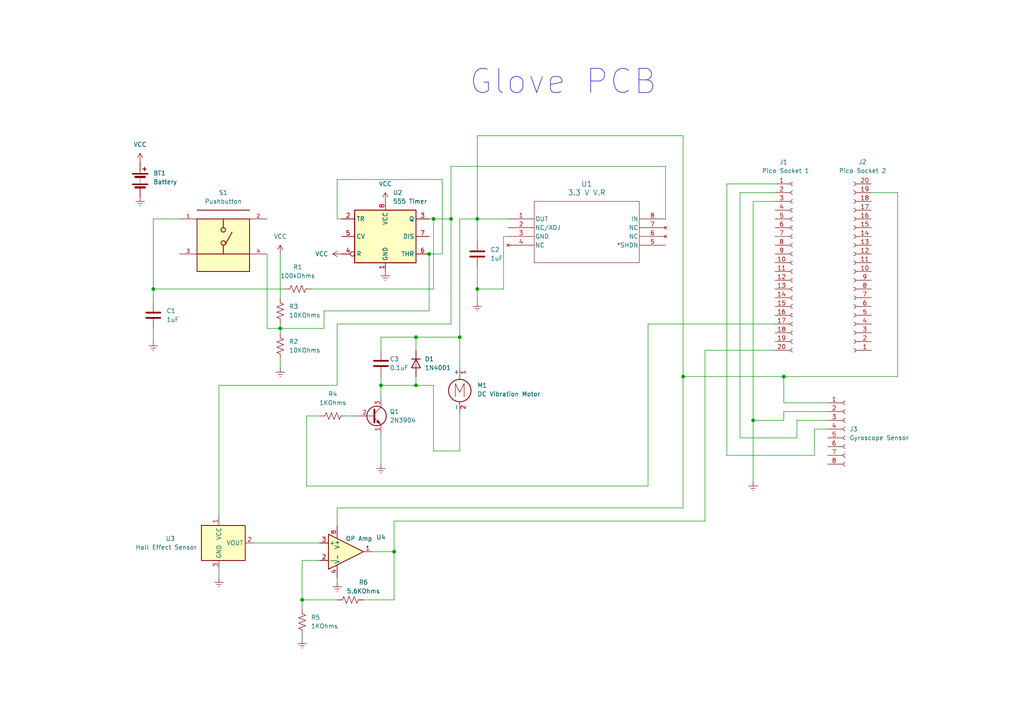
<source format=kicad_sch>
(kicad_sch (version 20230121) (generator eeschema)
  (paper "A4")
  (lib_symbols
    (symbol "Connector:Conn_01x08_Socket" (pin_names (offset 1.016) hide)
      (property "Reference" "J" (at 0 10.16 0))
      (property "Value" "Conn_01x08_Socket" (at 0 -12.7 0))
      (symbol "Conn_01x08_Socket_1_1"
        (arc (start 0 -9.652) (mid -0.5058 -10.16) (end 0 -10.668) (stroke (width 0.1524)))
        (arc (start 0 -7.112) (mid -0.5058 -7.62) (end 0 -8.128) (stroke (width 0.1524)))
        (arc (start 0 -4.572) (mid -0.5058 -5.08) (end 0 -5.588) (stroke (width 0.1524)))
        (arc (start 0 -2.032) (mid -0.5058 -2.54) (end 0 -3.048) (stroke (width 0.1524)))
        (polyline (pts (xy -1.27 -10.16) (xy -0.508 -10.16)) (stroke (width 0.1524)))
        (polyline (pts (xy -1.27 -7.62) (xy -0.508 -7.62)) (stroke (width 0.1524)))
        (polyline (pts (xy -1.27 -5.08) (xy -0.508 -5.08)) (stroke (width 0.1524)))
        (polyline (pts (xy -1.27 -2.54) (xy -0.508 -2.54)) (stroke (width 0.1524)))
        (polyline (pts (xy -1.27 0) (xy -0.508 0)) (stroke (width 0.1524)))
        (polyline (pts (xy -1.27 2.54) (xy -0.508 2.54)) (stroke (width 0.1524)))
        (polyline (pts (xy -1.27 5.08) (xy -0.508 5.08)) (stroke (width 0.1524)))
        (polyline (pts (xy -1.27 7.62) (xy -0.508 7.62)) (stroke (width 0.1524)))
        (arc (start 0 0.508) (mid -0.5058 0) (end 0 -0.508) (stroke (width 0.1524)))
        (arc (start 0 3.048) (mid -0.5058 2.54) (end 0 2.032) (stroke (width 0.1524)))
        (arc (start 0 5.588) (mid -0.5058 5.08) (end 0 4.572) (stroke (width 0.1524)))
        (arc (start 0 8.128) (mid -0.5058 7.62) (end 0 7.112) (stroke (width 0.1524)))
        (pin passive line (at -5.08 7.62 0) (length 3.81) (name "Pin_1") (number "1"))
        (pin passive line (at -5.08 5.08 0) (length 3.81) (name "Pin_2") (number "2"))
        (pin passive line (at -5.08 2.54 0) (length 3.81) (name "Pin_3") (number "3"))
        (pin passive line (at -5.08 0 0) (length 3.81) (name "Pin_4") (number "4"))
        (pin passive line (at -5.08 -2.54 0) (length 3.81) (name "Pin_5") (number "5"))
        (pin passive line (at -5.08 -5.08 0) (length 3.81) (name "Pin_6") (number "6"))
        (pin passive line (at -5.08 -7.62 0) (length 3.81) (name "Pin_7") (number "7"))
        (pin passive line (at -5.08 -10.16 0) (length 3.81) (name "Pin_8") (number "8"))
      )
    )
    (symbol "Connector:Conn_01x20_Socket" (pin_names (offset 1.016) hide)
      (property "Reference" "J" (at 0 25.4 0))
      (property "Value" "Conn_01x20_Socket" (at 0 -27.94 0))
      (symbol "Conn_01x20_Socket_1_1"
        (arc (start 0 -24.892) (mid -0.5058 -25.4) (end 0 -25.908) (stroke (width 0.1524)))
        (arc (start 0 -22.352) (mid -0.5058 -22.86) (end 0 -23.368) (stroke (width 0.1524)))
        (arc (start 0 -19.812) (mid -0.5058 -20.32) (end 0 -20.828) (stroke (width 0.1524)))
        (arc (start 0 -17.272) (mid -0.5058 -17.78) (end 0 -18.288) (stroke (width 0.1524)))
        (arc (start 0 -14.732) (mid -0.5058 -15.24) (end 0 -15.748) (stroke (width 0.1524)))
        (arc (start 0 -12.192) (mid -0.5058 -12.7) (end 0 -13.208) (stroke (width 0.1524)))
        (arc (start 0 -9.652) (mid -0.5058 -10.16) (end 0 -10.668) (stroke (width 0.1524)))
        (arc (start 0 -7.112) (mid -0.5058 -7.62) (end 0 -8.128) (stroke (width 0.1524)))
        (arc (start 0 -4.572) (mid -0.5058 -5.08) (end 0 -5.588) (stroke (width 0.1524)))
        (arc (start 0 -2.032) (mid -0.5058 -2.54) (end 0 -3.048) (stroke (width 0.1524)))
        (polyline (pts (xy -1.27 -25.4) (xy -0.508 -25.4)) (stroke (width 0.1524)))
        (polyline (pts (xy -1.27 -22.86) (xy -0.508 -22.86)) (stroke (width 0.1524)))
        (polyline (pts (xy -1.27 -20.32) (xy -0.508 -20.32)) (stroke (width 0.1524)))
        (polyline (pts (xy -1.27 -17.78) (xy -0.508 -17.78)) (stroke (width 0.1524)))
        (polyline (pts (xy -1.27 -15.24) (xy -0.508 -15.24)) (stroke (width 0.1524)))
        (polyline (pts (xy -1.27 -12.7) (xy -0.508 -12.7)) (stroke (width 0.1524)))
        (polyline (pts (xy -1.27 -10.16) (xy -0.508 -10.16)) (stroke (width 0.1524)))
        (polyline (pts (xy -1.27 -7.62) (xy -0.508 -7.62)) (stroke (width 0.1524)))
        (polyline (pts (xy -1.27 -5.08) (xy -0.508 -5.08)) (stroke (width 0.1524)))
        (polyline (pts (xy -1.27 -2.54) (xy -0.508 -2.54)) (stroke (width 0.1524)))
        (polyline (pts (xy -1.27 0) (xy -0.508 0)) (stroke (width 0.1524)))
        (polyline (pts (xy -1.27 2.54) (xy -0.508 2.54)) (stroke (width 0.1524)))
        (polyline (pts (xy -1.27 5.08) (xy -0.508 5.08)) (stroke (width 0.1524)))
        (polyline (pts (xy -1.27 7.62) (xy -0.508 7.62)) (stroke (width 0.1524)))
        (polyline (pts (xy -1.27 10.16) (xy -0.508 10.16)) (stroke (width 0.1524)))
        (polyline (pts (xy -1.27 12.7) (xy -0.508 12.7)) (stroke (width 0.1524)))
        (polyline (pts (xy -1.27 15.24) (xy -0.508 15.24)) (stroke (width 0.1524)))
        (polyline (pts (xy -1.27 17.78) (xy -0.508 17.78)) (stroke (width 0.1524)))
        (polyline (pts (xy -1.27 20.32) (xy -0.508 20.32)) (stroke (width 0.1524)))
        (polyline (pts (xy -1.27 22.86) (xy -0.508 22.86)) (stroke (width 0.1524)))
        (arc (start 0 0.508) (mid -0.5058 0) (end 0 -0.508) (stroke (width 0.1524)))
        (arc (start 0 3.048) (mid -0.5058 2.54) (end 0 2.032) (stroke (width 0.1524)))
        (arc (start 0 5.588) (mid -0.5058 5.08) (end 0 4.572) (stroke (width 0.1524)))
        (arc (start 0 8.128) (mid -0.5058 7.62) (end 0 7.112) (stroke (width 0.1524)))
        (arc (start 0 10.668) (mid -0.5058 10.16) (end 0 9.652) (stroke (width 0.1524)))
        (arc (start 0 13.208) (mid -0.5058 12.7) (end 0 12.192) (stroke (width 0.1524)))
        (arc (start 0 15.748) (mid -0.5058 15.24) (end 0 14.732) (stroke (width 0.1524)))
        (arc (start 0 18.288) (mid -0.5058 17.78) (end 0 17.272) (stroke (width 0.1524)))
        (arc (start 0 20.828) (mid -0.5058 20.32) (end 0 19.812) (stroke (width 0.1524)))
        (arc (start 0 23.368) (mid -0.5058 22.86) (end 0 22.352) (stroke (width 0.1524)))
        (pin passive line (at -5.08 22.86 0) (length 3.81) (name "Pin_1") (number "1"))
        (pin passive line (at -5.08 0 0) (length 3.81) (name "Pin_10") (number "10"))
        (pin passive line (at -5.08 -2.54 0) (length 3.81) (name "Pin_11") (number "11"))
        (pin passive line (at -5.08 -5.08 0) (length 3.81) (name "Pin_12") (number "12"))
        (pin passive line (at -5.08 -7.62 0) (length 3.81) (name "Pin_13") (number "13"))
        (pin passive line (at -5.08 -10.16 0) (length 3.81) (name "Pin_14") (number "14"))
        (pin passive line (at -5.08 -12.7 0) (length 3.81) (name "Pin_15") (number "15"))
        (pin passive line (at -5.08 -15.24 0) (length 3.81) (name "Pin_16") (number "16"))
        (pin passive line (at -5.08 -17.78 0) (length 3.81) (name "Pin_17") (number "17"))
        (pin passive line (at -5.08 -20.32 0) (length 3.81) (name "Pin_18") (number "18"))
        (pin passive line (at -5.08 -22.86 0) (length 3.81) (name "Pin_19") (number "19"))
        (pin passive line (at -5.08 20.32 0) (length 3.81) (name "Pin_2") (number "2"))
        (pin passive line (at -5.08 -25.4 0) (length 3.81) (name "Pin_20") (number "20"))
        (pin passive line (at -5.08 17.78 0) (length 3.81) (name "Pin_3") (number "3"))
        (pin passive line (at -5.08 15.24 0) (length 3.81) (name "Pin_4") (number "4"))
        (pin passive line (at -5.08 12.7 0) (length 3.81) (name "Pin_5") (number "5"))
        (pin passive line (at -5.08 10.16 0) (length 3.81) (name "Pin_6") (number "6"))
        (pin passive line (at -5.08 7.62 0) (length 3.81) (name "Pin_7") (number "7"))
        (pin passive line (at -5.08 5.08 0) (length 3.81) (name "Pin_8") (number "8"))
        (pin passive line (at -5.08 2.54 0) (length 3.81) (name "Pin_9") (number "9"))
      )
    )
    (symbol "Device:Battery" (pin_numbers hide) (pin_names (offset 0) hide)
      (property "Reference" "BT" (at 2.54 2.54 0))
      (property "Value" "Battery" (at 2.54 0 0))
      (symbol "Battery_0_1"
        (rectangle (start -2.286 -1.27) (end 2.286 -1.524) (fill (type outline)))
        (rectangle (start -2.286 1.778) (end 2.286 1.524) (fill (type outline)))
        (rectangle (start -1.524 -2.032) (end 1.524 -2.54) (fill (type outline)))
        (rectangle (start -1.524 1.016) (end 1.524 0.508) (fill (type outline)))
        (polyline (pts (xy 0 -1.016) (xy 0 -0.762)))
        (polyline (pts (xy 0 -0.508) (xy 0 -0.254)))
        (polyline (pts (xy 0 0) (xy 0 0.254)))
        (polyline (pts (xy 0 1.778) (xy 0 2.54)))
        (polyline (pts (xy 0.762 3.048) (xy 1.778 3.048)) (stroke (width 0.254)))
        (polyline (pts (xy 1.27 3.556) (xy 1.27 2.54)) (stroke (width 0.254)))
      )
      (symbol "Battery_1_1"
        (pin passive line (at 0 5.08 270) (length 2.54) (name "+") (number "1"))
        (pin passive line (at 0 -5.08 90) (length 2.54) (name "-") (number "2"))
      )
    )
    (symbol "Device:C" (pin_numbers hide) (pin_names (offset 0.254))
      (property "Reference" "C" (at 0.635 2.54 0))
      (property "Value" "C" (at 0.635 -2.54 0))
      (symbol "C_0_1"
        (polyline (pts (xy -2.032 -0.762) (xy 2.032 -0.762)) (stroke (width 0.508)))
        (polyline (pts (xy -2.032 0.762) (xy 2.032 0.762)) (stroke (width 0.508)))
      )
      (symbol "C_1_1"
        (pin passive line (at 0 3.81 270) (length 2.794) (name "~") (number "1"))
        (pin passive line (at 0 -3.81 90) (length 2.794) (name "~") (number "2"))
      )
    )
    (symbol "Device:R_US" (pin_numbers hide) (pin_names (offset 0))
      (property "Reference" "R" (at 2.54 0 90))
      (property "Value" "R_US" (at -2.54 0 90))
      (symbol "R_US_0_1"
        (polyline (pts (xy 0 -2.286) (xy 0 -2.54)))
        (polyline (pts (xy 0 2.286) (xy 0 2.54)))
        (polyline (pts (xy 0 -0.762) (xy 1.016 -1.143) (xy 0 -1.524) (xy -1.016 -1.905) (xy 0 -2.286)))
        (polyline (pts (xy 0 0.762) (xy 1.016 0.381) (xy 0 0) (xy -1.016 -0.381) (xy 0 -0.762)))
        (polyline (pts (xy 0 2.286) (xy 1.016 1.905) (xy 0 1.524) (xy -1.016 1.143) (xy 0 0.762)))
      )
      (symbol "R_US_1_1"
        (pin passive line (at 0 3.81 270) (length 1.27) (name "~") (number "1"))
        (pin passive line (at 0 -3.81 90) (length 1.27) (name "~") (number "2"))
      )
    )
    (symbol "Diode:1N4001" (pin_numbers hide) (pin_names hide)
      (property "Reference" "D" (at 0 2.54 0))
      (property "Value" "1N4001" (at 0 -2.54 0))
      (symbol "1N4001_0_1"
        (polyline (pts (xy -1.27 1.27) (xy -1.27 -1.27)) (stroke (width 0.254)))
        (polyline (pts (xy 1.27 0) (xy -1.27 0)))
        (polyline (pts (xy 1.27 1.27) (xy 1.27 -1.27) (xy -1.27 0) (xy 1.27 1.27)) (stroke (width 0.254)))
      )
      (symbol "1N4001_1_1"
        (pin passive line (at -3.81 0 0) (length 2.54) (name "K") (number "1"))
        (pin passive line (at 3.81 0 180) (length 2.54) (name "A") (number "2"))
      )
    )
    (symbol "LT1121CN8_PBF:LT1121CN8-PBF" (pin_names (offset 0.254))
      (property "Reference" "U" (at 22.86 10.16 0))
      (property "Value" "LT1121CN8-PBF" (at 22.86 7.62 0))
      (symbol "LT1121CN8-PBF_0_1"
        (polyline (pts (xy 7.62 -12.7) (xy 38.1 -12.7)) (stroke (width 0.127)))
        (polyline (pts (xy 7.62 5.08) (xy 7.62 -12.7)) (stroke (width 0.127)))
        (polyline (pts (xy 38.1 -12.7) (xy 38.1 5.08)) (stroke (width 0.127)))
        (polyline (pts (xy 38.1 5.08) (xy 7.62 5.08)) (stroke (width 0.127)))
        (pin output line (at 0 0 0) (length 7.62) (name "OUT") (number "1"))
        (pin bidirectional line (at 0 -2.54 0) (length 7.62) (name "NC/ADJ") (number "2"))
        (pin power_in line (at 0 -5.08 0) (length 7.62) (name "GND") (number "3"))
        (pin no_connect line (at 0 -7.62 0) (length 7.62) (name "NC") (number "4"))
        (pin unspecified line (at 45.72 -7.62 180) (length 7.62) (name "*SHDN") (number "5"))
        (pin no_connect line (at 45.72 -5.08 180) (length 7.62) (name "NC") (number "6"))
        (pin no_connect line (at 45.72 -2.54 180) (length 7.62) (name "NC") (number "7"))
        (pin input line (at 45.72 0 180) (length 7.62) (name "IN") (number "8"))
      )
    )
    (symbol "Motor:Motor_DC" (pin_names (offset 0))
      (property "Reference" "M" (at 2.54 2.54 0))
      (property "Value" "Motor_DC" (at 2.54 -5.08 0))
      (symbol "Motor_DC_0_0"
        (polyline (pts (xy -1.27 -3.302) (xy -1.27 0.508) (xy 0 -2.032) (xy 1.27 0.508) (xy 1.27 -3.302)))
      )
      (symbol "Motor_DC_0_1"
        (circle (center 0 -1.524) (radius 3.2512) (stroke (width 0.254)))
        (polyline (pts (xy 0 -7.62) (xy 0 -7.112)))
        (polyline (pts (xy 0 -4.7752) (xy 0 -5.1816)))
        (polyline (pts (xy 0 1.7272) (xy 0 2.0828)))
        (polyline (pts (xy 0 2.032) (xy 0 2.54)))
      )
      (symbol "Motor_DC_1_1"
        (pin passive line (at 0 5.08 270) (length 2.54) (name "+") (number "1"))
        (pin passive line (at 0 -7.62 90) (length 2.54) (name "-") (number "2"))
      )
    )
    (symbol "Sensor_Current:A1363xKTTN-1"
      (property "Reference" "U3" (at -12.7 1.27 0))
      (property "Value" "Hall Effect Sensor" (at -6.35 -1.27 0))
      (symbol "A1363xKTTN-1_0_1"
        (rectangle (start -5.08 5.08) (end 7.62 -5.08) (stroke (width 0.254)) (fill (type background)))
      )
      (symbol "A1363xKTTN-1_1_1"
        (pin power_in line (at 0 7.62 270) (length 2.54) (name "VCC") (number "1"))
        (pin output line (at 10.16 0 180) (length 2.54) (name "VOUT") (number "2"))
        (pin power_in line (at 0 -7.62 90) (length 2.54) (name "GND") (number "3"))
        (pin no_connect line (at 7.62 -2.54 180) (length 2.54) hide (name "NC") (number "3"))
      )
    )
    (symbol "Simulation_SPICE:OPAMP" (pin_names (offset 0.254))
      (property "Reference" "U4" (at 10.16 4.1909 0))
      (property "Value" "OP Amp" (at 3.81 3.81 0))
      (symbol "OPAMP_0_1"
        (polyline (pts (xy 5.08 0) (xy -5.08 5.08) (xy -5.08 -5.08) (xy 5.08 0)) (stroke (width 0.254)) (fill (type background)))
      )
      (symbol "OPAMP_1_1"
        (pin output line (at 7.62 0 180) (length 2.54) (name "~") (number "1"))
        (pin input line (at -7.62 -2.54 0) (length 2.54) (name "-") (number "2"))
        (pin input line (at -7.62 2.54 0) (length 2.54) (name "+") (number "3"))
        (pin power_in line (at -2.54 -7.62 90) (length 3.81) (name "V-") (number "4"))
        (pin power_in line (at -2.54 7.62 270) (length 3.81) (name "V+") (number "8"))
      )
    )
    (symbol "TS02-66-60-BK-100-LCR-D:TS02-66-60-BK-160-LCR-D" (pin_names (offset 1.016) hide)
      (property "Reference" "S" (at -7.62 8.382 0))
      (property "Value" "TS02-66-60-BK-160-LCR-D" (at -7.62 -8.382 0))
      (symbol "TS02-66-60-BK-160-LCR-D_0_0"
        (rectangle (start -7.62 -10.16) (end 7.62 5.08) (stroke (width 0.254)) (fill (type background)))
        (circle (center 0 -1.905) (radius 0.635) (stroke (width 0.254)))
        (polyline (pts (xy 0 -2.54) (xy 0 -5.08)) (stroke (width 0.254)))
        (polyline (pts (xy 0 5.08) (xy 0 2.54)) (stroke (width 0.254)))
        (polyline (pts (xy 0.635 -2.2352) (xy 2.54 1.27)) (stroke (width 0.254)))
        (polyline (pts (xy 7.62 -5.08) (xy -7.62 -5.08)) (stroke (width 0.254)))
        (polyline (pts (xy 7.62 5.08) (xy -7.62 5.08)) (stroke (width 0.254)))
        (polyline (pts (xy 7.62 7.62) (xy -7.62 7.62)) (stroke (width 0.254)))
        (circle (center 0 1.905) (radius 0.635) (stroke (width 0.254)))
        (pin passive line (at -12.7 5.08 0) (length 5.08) (name "~") (number "1"))
        (pin passive line (at 12.7 5.08 180) (length 5.08) (name "~") (number "2"))
        (pin passive line (at -12.7 -5.08 0) (length 5.08) (name "~") (number "3"))
        (pin passive line (at 12.7 -5.08 180) (length 5.08) (name "~") (number "4"))
      )
    )
    (symbol "Timer:NE555P"
      (property "Reference" "U" (at -10.16 8.89 0))
      (property "Value" "NE555P" (at 2.54 8.89 0))
      (symbol "NE555P_0_0"
        (pin power_in line (at 0 -10.16 90) (length 2.54) (name "GND") (number "1"))
        (pin power_in line (at 0 10.16 270) (length 2.54) (name "VCC") (number "8"))
      )
      (symbol "NE555P_0_1"
        (rectangle (start -8.89 -7.62) (end 8.89 7.62) (stroke (width 0.254)) (fill (type background)))
        (rectangle (start -8.89 -7.62) (end 8.89 7.62) (stroke (width 0.254)) (fill (type background)))
      )
      (symbol "NE555P_1_1"
        (pin input line (at -12.7 5.08 0) (length 3.81) (name "TR") (number "2"))
        (pin output line (at 12.7 5.08 180) (length 3.81) (name "Q") (number "3"))
        (pin input inverted (at -12.7 -5.08 0) (length 3.81) (name "R") (number "4"))
        (pin input line (at -12.7 0 0) (length 3.81) (name "CV") (number "5"))
        (pin input line (at 12.7 -5.08 180) (length 3.81) (name "THR") (number "6"))
        (pin input line (at 12.7 0 180) (length 3.81) (name "DIS") (number "7"))
      )
    )
    (symbol "Transistor_BJT:2N3904" (pin_names (offset 0) hide)
      (property "Reference" "Q" (at 5.08 1.905 0))
      (property "Value" "2N3904" (at 5.08 0 0))
      (symbol "2N3904_0_1"
        (polyline (pts (xy 0.635 0.635) (xy 2.54 2.54)))
        (polyline (pts (xy 0.635 -0.635) (xy 2.54 -2.54) (xy 2.54 -2.54)))
        (polyline (pts (xy 0.635 1.905) (xy 0.635 -1.905) (xy 0.635 -1.905)) (stroke (width 0.508)))
        (polyline (pts (xy 1.27 -1.778) (xy 1.778 -1.27) (xy 2.286 -2.286) (xy 1.27 -1.778) (xy 1.27 -1.778)) (fill (type outline)))
        (circle (center 1.27 0) (radius 2.8194) (stroke (width 0.254)))
      )
      (symbol "2N3904_1_1"
        (pin passive line (at 2.54 -5.08 90) (length 2.54) (name "E") (number "1"))
        (pin passive line (at -5.08 0 0) (length 5.715) (name "B") (number "2"))
        (pin passive line (at 2.54 5.08 270) (length 2.54) (name "C") (number "3"))
      )
    )
    (symbol "power:Earth" (power) (pin_names (offset 0))
      (symbol "Earth_0_1"
        (polyline (pts (xy -0.635 -1.905) (xy 0.635 -1.905)))
        (polyline (pts (xy -0.127 -2.54) (xy 0.127 -2.54)))
        (polyline (pts (xy 0 -1.27) (xy 0 0)))
        (polyline (pts (xy 1.27 -1.27) (xy -1.27 -1.27)))
      )
      (symbol "Earth_1_1"
        (pin power_in line (at 0 0 270) (length 0) hide (name "Earth") (number "1"))
      )
    )
    (symbol "power:VCC" (power) (pin_names (offset 0))
      (property "Value" "VCC" (at 0 3.81 0))
      (symbol "VCC_0_1"
        (polyline (pts (xy -0.762 1.27) (xy 0 2.54)))
        (polyline (pts (xy 0 0) (xy 0 2.54)))
        (polyline (pts (xy 0 2.54) (xy 0.762 1.27)))
      )
      (symbol "VCC_1_1"
        (pin power_in line (at 0 0 90) (length 0) hide (name "VCC") (number "1"))
      )
    )
  )
  (junction (at 87.63 173.99))
  (junction (at 125.73 63.5))
  (junction (at 218.44 121.92))
  (junction (at 124.46 73.66))
  (junction (at 44.45 83.82))
  (junction (at 120.65 97.79))
  (junction (at 138.43 83.82))
  (junction (at 120.65 111.76))
  (junction (at 114.3 160.02))
  (junction (at 198.12 109.22))
  (junction (at 110.49 111.76))
  (junction (at 130.81 63.5))
  (junction (at 138.43 63.5))
  (junction (at 227.33 109.22))
  (junction (at 133.35 97.79))
  (junction (at 81.28 95.25))
  (wire (pts (xy 107.95 160.02) (xy 114.3 160.02)))
  (wire (pts (xy 97.79 147.32) (xy 198.12 147.32)))
  (wire (pts (xy 214.63 127) (xy 231.14 127)))
  (wire (pts (xy 224.79 58.42) (xy 218.44 58.42)))
  (wire (pts (xy 198.12 39.37) (xy 198.12 109.22)))
  (wire (pts (xy 133.35 130.81) (xy 125.73 130.81)))
  (wire (pts (xy 63.5 111.76) (xy 63.5 149.86)))
  (wire (pts (xy 138.43 63.5) (xy 138.43 69.85)))
  (wire (pts (xy 210.82 53.34) (xy 210.82 132.08)))
  (wire (pts (xy 63.5 165.1) (xy 63.5 167.64)))
  (wire (pts (xy 124.46 63.5) (xy 125.73 63.5)))
  (wire (pts (xy 92.71 120.65) (xy 88.9 120.65)))
  (wire (pts (xy 110.49 111.76) (xy 120.65 111.76)))
  (wire (pts (xy 218.44 121.92) (xy 227.33 121.92)))
  (wire (pts (xy 204.47 151.13) (xy 114.3 151.13)))
  (wire (pts (xy 138.43 83.82) (xy 146.05 83.82)))
  (wire (pts (xy 130.81 63.5) (xy 130.81 93.98)))
  (wire (pts (xy 198.12 147.32) (xy 198.12 109.22)))
  (wire (pts (xy 236.22 132.08) (xy 236.22 124.46)))
  (wire (pts (xy 97.79 52.07) (xy 128.27 52.07)))
  (wire (pts (xy 77.47 95.25) (xy 81.28 95.25)))
  (wire (pts (xy 105.41 173.99) (xy 114.3 173.99)))
  (wire (pts (xy 44.45 95.25) (xy 44.45 99.06)))
  (wire (pts (xy 81.28 95.25) (xy 81.28 93.98)))
  (wire (pts (xy 260.35 109.22) (xy 260.35 55.88)))
  (wire (pts (xy 227.33 119.38) (xy 240.03 119.38)))
  (wire (pts (xy 193.04 48.26) (xy 193.04 63.5)))
  (wire (pts (xy 120.65 109.22) (xy 120.65 111.76)))
  (wire (pts (xy 77.47 73.66) (xy 77.47 95.25)))
  (wire (pts (xy 138.43 83.82) (xy 138.43 87.63)))
  (wire (pts (xy 92.71 162.56) (xy 87.63 162.56)))
  (wire (pts (xy 133.35 97.79) (xy 133.35 106.68)))
  (wire (pts (xy 110.49 125.73) (xy 110.49 134.62)))
  (wire (pts (xy 97.79 63.5) (xy 97.79 52.07)))
  (wire (pts (xy 44.45 63.5) (xy 44.45 83.82)))
  (wire (pts (xy 97.79 93.98) (xy 130.81 93.98)))
  (wire (pts (xy 87.63 184.15) (xy 87.63 185.42)))
  (wire (pts (xy 236.22 124.46) (xy 240.03 124.46)))
  (wire (pts (xy 88.9 120.65) (xy 88.9 140.97)))
  (wire (pts (xy 114.3 151.13) (xy 114.3 160.02)))
  (wire (pts (xy 44.45 83.82) (xy 44.45 87.63)))
  (wire (pts (xy 147.32 68.58) (xy 146.05 68.58)))
  (wire (pts (xy 227.33 121.92) (xy 227.33 119.38)))
  (wire (pts (xy 110.49 97.79) (xy 110.49 101.6)))
  (wire (pts (xy 198.12 109.22) (xy 227.33 109.22)))
  (wire (pts (xy 146.05 68.58) (xy 146.05 83.82)))
  (wire (pts (xy 125.73 83.82) (xy 125.73 63.5)))
  (wire (pts (xy 138.43 63.5) (xy 147.32 63.5)))
  (wire (pts (xy 73.66 157.48) (xy 92.71 157.48)))
  (wire (pts (xy 97.79 63.5) (xy 99.06 63.5)))
  (wire (pts (xy 124.46 73.66) (xy 128.27 73.66)))
  (wire (pts (xy 81.28 95.25) (xy 81.28 96.52)))
  (wire (pts (xy 124.46 90.17) (xy 93.98 90.17)))
  (wire (pts (xy 204.47 101.6) (xy 204.47 151.13)))
  (wire (pts (xy 218.44 58.42) (xy 218.44 121.92)))
  (wire (pts (xy 138.43 63.5) (xy 138.43 39.37)))
  (wire (pts (xy 125.73 63.5) (xy 130.81 63.5)))
  (wire (pts (xy 110.49 111.76) (xy 110.49 115.57)))
  (wire (pts (xy 90.17 83.82) (xy 125.73 83.82)))
  (wire (pts (xy 81.28 73.66) (xy 81.28 86.36)))
  (wire (pts (xy 128.27 52.07) (xy 128.27 73.66)))
  (wire (pts (xy 187.96 93.98) (xy 224.79 93.98)))
  (wire (pts (xy 227.33 116.84) (xy 240.03 116.84)))
  (wire (pts (xy 110.49 109.22) (xy 110.49 111.76)))
  (wire (pts (xy 224.79 101.6) (xy 204.47 101.6)))
  (wire (pts (xy 88.9 140.97) (xy 187.96 140.97)))
  (wire (pts (xy 133.35 63.5) (xy 138.43 63.5)))
  (wire (pts (xy 260.35 55.88) (xy 252.73 55.88)))
  (wire (pts (xy 110.49 97.79) (xy 120.65 97.79)))
  (wire (pts (xy 138.43 39.37) (xy 198.12 39.37)))
  (wire (pts (xy 125.73 130.81) (xy 125.73 111.76)))
  (wire (pts (xy 124.46 73.66) (xy 124.46 90.17)))
  (wire (pts (xy 125.73 111.76) (xy 120.65 111.76)))
  (wire (pts (xy 52.07 63.5) (xy 44.45 63.5)))
  (wire (pts (xy 231.14 127) (xy 231.14 121.92)))
  (wire (pts (xy 133.35 97.79) (xy 133.35 63.5)))
  (wire (pts (xy 44.45 83.82) (xy 82.55 83.82)))
  (wire (pts (xy 218.44 139.7) (xy 218.44 121.92)))
  (wire (pts (xy 210.82 132.08) (xy 236.22 132.08)))
  (wire (pts (xy 120.65 97.79) (xy 120.65 101.6)))
  (wire (pts (xy 87.63 173.99) (xy 97.79 173.99)))
  (wire (pts (xy 227.33 109.22) (xy 260.35 109.22)))
  (wire (pts (xy 97.79 93.98) (xy 97.79 111.76)))
  (wire (pts (xy 231.14 121.92) (xy 240.03 121.92)))
  (wire (pts (xy 227.33 109.22) (xy 227.33 116.84)))
  (wire (pts (xy 81.28 95.25) (xy 93.98 95.25)))
  (wire (pts (xy 87.63 173.99) (xy 87.63 176.53)))
  (wire (pts (xy 114.3 160.02) (xy 114.3 173.99)))
  (wire (pts (xy 100.33 120.65) (xy 102.87 120.65)))
  (wire (pts (xy 133.35 130.81) (xy 133.35 119.38)))
  (wire (pts (xy 130.81 48.26) (xy 193.04 48.26)))
  (wire (pts (xy 97.79 152.4) (xy 97.79 147.32)))
  (wire (pts (xy 130.81 63.5) (xy 130.81 48.26)))
  (wire (pts (xy 81.28 104.14) (xy 81.28 106.68)))
  (wire (pts (xy 224.79 53.34) (xy 210.82 53.34)))
  (wire (pts (xy 187.96 140.97) (xy 187.96 93.98)))
  (wire (pts (xy 93.98 90.17) (xy 93.98 95.25)))
  (wire (pts (xy 214.63 55.88) (xy 214.63 127)))
  (wire (pts (xy 87.63 162.56) (xy 87.63 173.99)))
  (wire (pts (xy 138.43 77.47) (xy 138.43 83.82)))
  (wire (pts (xy 120.65 97.79) (xy 133.35 97.79)))
  (wire (pts (xy 97.79 167.64) (xy 97.79 168.91)))
  (wire (pts (xy 63.5 111.76) (xy 97.79 111.76)))
  (wire (pts (xy 224.79 55.88) (xy 214.63 55.88)))
  (text "Glove PCB" (at 135.89 27.94 0) (effects (font (size 7 7)) (justify left bottom)))
  (symbol (lib_id "Timer:NE555P") (at 111.76 68.58 0) (unit 1)
    (property "Reference" "U2" (at 113.9541 55.88 0) (effects (justify left)))
    (property "Value" "555 Timer" (at 113.9541 58.42 0) (effects (justify left)))
    (property "Footprint" "Package_DIP:DIP-8_W7.62mm_Socket" (effects hide))
    (property "Datasheet" "http://www.ti.com/lit/ds/symlink/ne555.pdf" (effects hide))
  )
  (symbol (lib_id "power:Earth") (at 138.43 87.63 0) (unit 1)
    (property "Reference" "#PWR06" (effects hide))
    (property "Value" "Earth" (effects hide))
  )
  (symbol (lib_id "Device:R_US") (at 81.28 100.33 180) (unit 1)
    (property "Reference" "R2" (at 83.82 99.06 0) (effects (justify right)))
    (property "Value" "10KOhms" (at 83.82 101.6 0) (effects (justify right)))
    (property "Footprint" "Resistor_THT:R_Axial_DIN0204_L3.6mm_D1.6mm_P5.08mm_Horizontal" (effects hide))
  )
  (symbol (lib_id "power:Earth") (at 110.49 134.62 0) (unit 1)
    (property "Reference" "#PWR08" (effects hide))
    (property "Value" "Earth" (effects hide))
  )
  (symbol (lib_id "power:VCC") (at 81.28 73.66 0) (unit 1)
    (property "Reference" "#PWR014" (effects hide))
    (property "Value" "VCC" (at 81.28 68.58 0))
  )
  (symbol (lib_id "Simulation_SPICE:OPAMP") (at 100.33 160.02 0) (unit 1)
    (property "Reference" "U4" (at 110.49 155.8291 0))
    (property "Value" "OP Amp" (at 104.14 156.21 0))
    (property "Footprint" "Package_DIP:DIP-8_W7.62mm_Socket" (effects hide))
    (property "Sim.Pins" "1=1 2=2 3=3 4=4 5=5" (effects hide))
    (property "Sim.Device" "SPICE" (effects hide))
    (property "Sim.Params" "type=\"X\" model=\"OPAMP\" lib=\"\"" (effects hide))
  )
  (symbol (lib_id "power:Earth") (at 97.79 168.91 0) (unit 1)
    (property "Reference" "#PWR012" (effects hide))
    (property "Value" "Earth" (effects hide))
  )
  (symbol (lib_id "Device:Battery") (at 40.64 52.07 0) (unit 1)
    (property "Reference" "BT1" (at 44.45 50.2285 0) (effects (justify left)))
    (property "Value" "Battery" (at 44.45 52.7685 0) (effects (justify left)))
    (property "Footprint" "Connector_Hirose:Hirose_DF11-4DP-2DSA_2x02_P2.00mm_Vertical" (effects hide))
  )
  (symbol (lib_id "Diode:1N4001") (at 120.65 105.41 270) (unit 1)
    (property "Reference" "D1" (at 123.19 104.14 90) (effects (justify left)))
    (property "Value" "1N4001" (at 123.19 106.68 90) (effects (justify left)))
    (property "Footprint" "Diode_THT:D_DO-41_SOD81_P10.16mm_Horizontal" (effects hide))
    (property "Datasheet" "http://www.vishay.com/docs/88503/1n4001.pdf" (effects hide))
    (property "Sim.Device" "D" (effects hide))
    (property "Sim.Pins" "1=K 2=A" (effects hide))
  )
  (symbol (lib_id "TS02-66-60-BK-100-LCR-D:TS02-66-60-BK-160-LCR-D") (at 64.77 68.58 0) (unit 1)
    (property "Reference" "S1" (at 64.77 55.88 0))
    (property "Value" "Pushbutton" (at 64.77 58.42 0))
    (property "Footprint" "TS:SW_TS02-66-60-BK-160-LCR-D" (effects hide))
    (property "PARTREV" "1.0" (effects hide))
    (property "MANUFACTURER" "CUI Devices" (effects hide))
    (property "STANDARD" "Manufacturer Recommendations" (effects hide))
  )
  (symbol (lib_id "power:Earth") (at 87.63 185.42 0) (unit 1)
    (property "Reference" "#PWR013" (effects hide))
    (property "Value" "Earth" (effects hide))
  )
  (symbol (lib_id "Device:R_US") (at 81.28 90.17 180) (unit 1)
    (property "Reference" "R3" (at 83.82 88.9 0) (effects (justify right)))
    (property "Value" "10KOhms" (at 83.82 91.44 0) (effects (justify right)))
    (property "Footprint" "Resistor_THT:R_Axial_DIN0204_L3.6mm_D1.6mm_P5.08mm_Horizontal" (effects hide))
  )
  (symbol (lib_id "Device:R_US") (at 96.52 120.65 270) (unit 1)
    (property "Reference" "R4" (at 96.52 114.3 90))
    (property "Value" "1KOhms" (at 96.52 116.84 90))
    (property "Footprint" "Resistor_THT:R_Axial_DIN0204_L3.6mm_D1.6mm_P5.08mm_Horizontal" (effects hide))
  )
  (symbol (lib_id "power:Earth") (at 81.28 106.68 0) (unit 1)
    (property "Reference" "#PWR05" (effects hide))
    (property "Value" "Earth" (effects hide))
  )
  (symbol (lib_id "Connector:Conn_01x08_Socket") (at 245.11 124.46 0) (unit 1)
    (property "Reference" "J3" (at 246.38 124.46 0) (effects (justify left)))
    (property "Value" "Gyroscope Sensor" (at 246.38 127 0) (effects (justify left)))
    (property "Footprint" "Connector_PinSocket_2.54mm:PinSocket_1x08_P2.54mm_Vertical" (effects hide))
  )
  (symbol (lib_id "power:Earth") (at 63.5 167.64 0) (unit 1)
    (property "Reference" "#PWR011" (effects hide))
    (property "Value" "Earth" (effects hide))
  )
  (symbol (lib_id "Device:R_US") (at 86.36 83.82 90) (unit 1)
    (property "Reference" "R1" (at 86.36 77.47 90))
    (property "Value" "100kOhms" (at 86.36 80.01 90))
    (property "Footprint" "Resistor_THT:R_Axial_DIN0204_L3.6mm_D1.6mm_P5.08mm_Horizontal" (effects hide))
  )
  (symbol (lib_id "Device:R_US") (at 101.6 173.99 270) (unit 1)
    (property "Reference" "R6" (at 105.41 168.91 90))
    (property "Value" "5.6KOhms" (at 105.41 171.45 90))
    (property "Footprint" "Resistor_THT:R_Axial_DIN0204_L3.6mm_D1.6mm_P5.08mm_Horizontal" (effects hide))
  )
  (symbol (lib_id "Device:C") (at 110.49 105.41 0) (unit 1)
    (property "Reference" "C3" (at 113.03 104.14 0) (effects (justify left)))
    (property "Value" "0.1uF" (at 113.03 106.68 0) (effects (justify left)))
    (property "Footprint" "Capacitor_THT:CP_Radial_Tantal_D4.5mm_P5.00mm" (effects hide))
  )
  (symbol (lib_id "power:Earth") (at 44.45 99.06 0) (unit 1)
    (property "Reference" "#PWR02" (effects hide))
    (property "Value" "Earth" (effects hide))
  )
  (symbol (lib_id "Transistor_BJT:2N3904") (at 107.95 120.65 0) (unit 1)
    (property "Reference" "Q1" (at 113.03 119.38 0) (effects (justify left)))
    (property "Value" "2N3904" (at 113.03 121.92 0) (effects (justify left)))
    (property "Footprint" "Package_TO_SOT_THT:TO-92_Inline" (effects hide))
    (property "Datasheet" "https://www.onsemi.com/pub/Collateral/2N3903-D.PDF" (effects hide))
  )
  (symbol (lib_id "Device:R_US") (at 87.63 180.34 0) (unit 1)
    (property "Reference" "R5" (at 90.17 179.07 0) (effects (justify left)))
    (property "Value" "1KOhms" (at 90.17 181.61 0) (effects (justify left)))
    (property "Footprint" "Resistor_THT:R_Axial_DIN0204_L3.6mm_D1.6mm_P5.08mm_Horizontal" (effects hide))
  )
  (symbol (lib_id "Connector:Conn_01x20_Socket") (at 229.87 76.2 0) (unit 1)
    (property "Reference" "J1" (at 226.06 46.99 0) (effects (justify left)))
    (property "Value" "Pico Socket 1" (at 220.98 49.53 0) (effects (justify left)))
    (property "Footprint" "Connector_PinSocket_2.54mm:PinSocket_1x20_P2.54mm_Vertical" (effects hide))
  )
  (symbol (lib_id "LT1121CN8_PBF:LT1121CN8-PBF") (at 147.32 63.5 0) (unit 1)
    (property "Reference" "U1" (at 170.18 53.34 0) (effects (font (size 1.524 1.524))))
    (property "Value" "3.3 V V.R" (at 170.18 55.88 0) (effects (font (size 1.524 1.524))))
    (property "Footprint" "Package_DIP:DIP-8_W7.62mm_Socket" (effects hide))
    (property "Datasheet" "LT1121CN8-PBF" (effects hide))
  )
  (symbol (lib_id "Connector:Conn_01x20_Socket") (at 247.65 78.74 180) (unit 1)
    (property "Reference" "J2" (at 250.19 46.99 0))
    (property "Value" "Pico Socket 2" (at 250.19 49.53 0))
    (property "Footprint" "Connector_PinSocket_2.54mm:PinSocket_1x20_P2.54mm_Vertical" (effects hide))
  )
  (symbol (lib_id "power:Earth") (at 111.76 78.74 0) (unit 1)
    (property "Reference" "#PWR04" (effects hide))
    (property "Value" "Earth" (effects hide))
  )
  (symbol (lib_id "power:VCC") (at 99.06 73.66 90) (unit 1)
    (property "Reference" "#PWR01" (effects hide))
    (property "Value" "VCC" (at 95.25 73.66 90) (effects (justify left)))
  )
  (symbol (lib_id "Motor:Motor_DC") (at 133.35 111.76 0) (unit 1)
    (property "Reference" "M1" (at 138.43 111.76 0) (effects (justify left)))
    (property "Value" "DC Vibration Motor" (at 138.43 114.3 0) (effects (justify left)))
    (property "Footprint" "Connector_Hirose:Hirose_DF13-02P-1.25DSA_1x02_P1.25mm_Vertical" (effects hide))
  )
  (symbol (lib_id "Sensor_Current:A1363xKTTN-1") (at 63.5 157.48 0) (unit 1)
    (property "Reference" "U3" (at 50.8 156.21 0) (effects (justify right)))
    (property "Value" "Hall Effect Sensor" (at 57.15 158.75 0) (effects (justify right)))
    (property "Footprint" "Connector_Hirose:Hirose_DF13-03P-1.25DSA_1x03_P1.25mm_Vertical" (effects hide))
    (property "Datasheet" "http://www.allegromicro.com/~/media/Files/Datasheets/A1363-Datasheet.ashx?la=en" (effects hide))
  )
  (symbol (lib_id "Device:C") (at 138.43 73.66 0) (unit 1)
    (property "Reference" "C2" (at 142.24 72.39 0) (effects (justify left)))
    (property "Value" "1uF" (at 142.24 74.93 0) (effects (justify left)))
    (property "Footprint" "Capacitor_THT:CP_Radial_Tantal_D4.5mm_P5.00mm" (effects hide))
  )
  (symbol (lib_id "power:VCC") (at 40.64 46.99 0) (unit 1)
    (property "Reference" "#PWR09" (effects hide))
    (property "Value" "VCC" (at 40.64 41.91 0))
  )
  (symbol (lib_id "power:Earth") (at 218.44 139.7 0) (unit 1)
    (property "Reference" "#PWR07" (effects hide))
    (property "Value" "Earth" (effects hide))
  )
  (symbol (lib_id "Device:C") (at 44.45 91.44 0) (unit 1)
    (property "Reference" "C1" (at 48.26 90.17 0) (effects (justify left)))
    (property "Value" "1uF" (at 48.26 92.71 0) (effects (justify left)))
    (property "Footprint" "Capacitor_THT:CP_Radial_Tantal_D4.5mm_P5.00mm" (effects hide))
  )
  (symbol (lib_id "power:VCC") (at 111.76 58.42 0) (unit 1)
    (property "Reference" "#PWR03" (effects hide))
    (property "Value" "VCC" (at 111.76 53.34 0))
  )
  (symbol (lib_id "power:Earth") (at 40.64 57.15 0) (unit 1)
    (property "Reference" "#PWR010" (effects hide))
    (property "Value" "Earth" (effects hide))
  )
)
</source>
